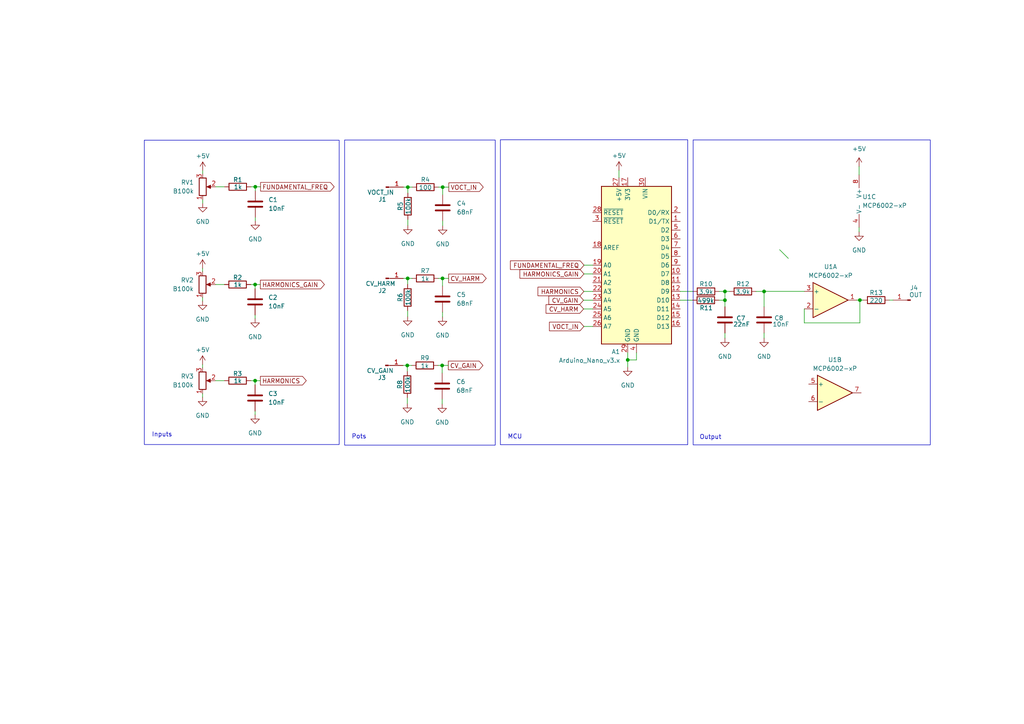
<source format=kicad_sch>
(kicad_sch (version 20230121) (generator eeschema)
  (paper "A4")
  (lib_symbols
    (symbol "Amplifier_Operational:MCP6002-xP" (pin_names (offset 0.127))
      (property "Reference" "U" (at 0 5.08 0))
      (property "Value" "MCP6002-xP" (at 0 -5.08 0))
      (symbol "MCP6002-xP_1_1"
        (polyline (pts (xy -5.08 5.08) (xy 5.08 0) (xy -5.08 -5.08) (xy -5.08 5.08)) (stroke (width 0.254)) (fill (type background)))
        (pin output line (at 7.62 0 180) (length 2.54) (name "~") (number "1"))
        (pin input line (at -7.62 -2.54 0) (length 2.54) (name "-") (number "2"))
        (pin input line (at -7.62 2.54 0) (length 2.54) (name "+") (number "3"))
      )
      (symbol "MCP6002-xP_2_1"
        (polyline (pts (xy -5.08 5.08) (xy 5.08 0) (xy -5.08 -5.08) (xy -5.08 5.08)) (stroke (width 0.254)) (fill (type background)))
        (pin input line (at -7.62 2.54 0) (length 2.54) (name "+") (number "5"))
        (pin input line (at -7.62 -2.54 0) (length 2.54) (name "-") (number "6"))
        (pin output line (at 7.62 0 180) (length 2.54) (name "~") (number "7"))
      )
      (symbol "MCP6002-xP_3_1"
        (pin power_in line (at -2.54 -7.62 90) (length 3.81) (name "V-") (number "4"))
        (pin power_in line (at -2.54 7.62 270) (length 3.81) (name "V+") (number "8"))
      )
    )
    (symbol "Connector:Conn_01x01_Pin" (pin_names (offset 1.016) hide)
      (property "Reference" "J" (at 0 2.54 0))
      (property "Value" "Conn_01x01_Pin" (at 0 -2.54 0))
      (symbol "Conn_01x01_Pin_1_1"
        (polyline (pts (xy 1.27 0) (xy 0.8636 0)) (stroke (width 0.1524)))
        (rectangle (start 0.8636 0.127) (end 0 -0.127) (stroke (width 0.1524)) (fill (type outline)))
        (pin passive line (at 5.08 0 180) (length 3.81) (name "Pin_1") (number "1"))
      )
    )
    (symbol "Device:C" (pin_numbers hide) (pin_names (offset 0.254))
      (property "Reference" "C" (at 0.635 2.54 0))
      (property "Value" "C" (at 0.635 -2.54 0))
      (symbol "C_0_1"
        (polyline (pts (xy -2.032 -0.762) (xy 2.032 -0.762)) (stroke (width 0.508)))
        (polyline (pts (xy -2.032 0.762) (xy 2.032 0.762)) (stroke (width 0.508)))
      )
      (symbol "C_1_1"
        (pin passive line (at 0 3.81 270) (length 2.794) (name "~") (number "1"))
        (pin passive line (at 0 -3.81 90) (length 2.794) (name "~") (number "2"))
      )
    )
    (symbol "Device:R" (pin_numbers hide) (pin_names (offset 0))
      (property "Reference" "R" (at 2.032 0 90))
      (property "Value" "R" (at 0 0 90))
      (symbol "R_0_1"
        (rectangle (start -1.016 -2.54) (end 1.016 2.54) (stroke (width 0.254)))
      )
      (symbol "R_1_1"
        (pin passive line (at 0 3.81 270) (length 1.27) (name "~") (number "1"))
        (pin passive line (at 0 -3.81 90) (length 1.27) (name "~") (number "2"))
      )
    )
    (symbol "Device:R_Potentiometer" (pin_names (offset 1.016) hide)
      (property "Reference" "RV" (at -4.445 0 90))
      (property "Value" "R_Potentiometer" (at -2.54 0 90))
      (symbol "R_Potentiometer_0_1"
        (polyline (pts (xy 2.54 0) (xy 1.524 0)))
        (polyline (pts (xy 1.143 0) (xy 2.286 0.508) (xy 2.286 -0.508) (xy 1.143 0)) (fill (type outline)))
        (rectangle (start 1.016 2.54) (end -1.016 -2.54) (stroke (width 0.254)))
      )
      (symbol "R_Potentiometer_1_1"
        (pin passive line (at 0 3.81 270) (length 1.27) (name "1") (number "1"))
        (pin passive line (at 3.81 0 180) (length 1.27) (name "2") (number "2"))
        (pin passive line (at 0 -3.81 90) (length 1.27) (name "3") (number "3"))
      )
    )
    (symbol "MCU_Module:Arduino_Nano_v3.x"
      (property "Reference" "A" (at -10.16 23.495 0))
      (property "Value" "Arduino_Nano_v3.x" (at 5.08 -24.13 0))
      (symbol "Arduino_Nano_v3.x_0_1"
        (rectangle (start -10.16 22.86) (end 10.16 -22.86) (stroke (width 0.254)) (fill (type background)))
      )
      (symbol "Arduino_Nano_v3.x_1_1"
        (pin bidirectional line (at -12.7 12.7 0) (length 2.54) (name "D1/TX") (number "1"))
        (pin bidirectional line (at -12.7 -2.54 0) (length 2.54) (name "D7") (number "10"))
        (pin bidirectional line (at -12.7 -5.08 0) (length 2.54) (name "D8") (number "11"))
        (pin bidirectional line (at -12.7 -7.62 0) (length 2.54) (name "D9") (number "12"))
        (pin bidirectional line (at -12.7 -10.16 0) (length 2.54) (name "D10") (number "13"))
        (pin bidirectional line (at -12.7 -12.7 0) (length 2.54) (name "D11") (number "14"))
        (pin bidirectional line (at -12.7 -15.24 0) (length 2.54) (name "D12") (number "15"))
        (pin bidirectional line (at -12.7 -17.78 0) (length 2.54) (name "D13") (number "16"))
        (pin power_out line (at 2.54 25.4 270) (length 2.54) (name "3V3") (number "17"))
        (pin input line (at 12.7 5.08 180) (length 2.54) (name "AREF") (number "18"))
        (pin bidirectional line (at 12.7 0 180) (length 2.54) (name "A0") (number "19"))
        (pin bidirectional line (at -12.7 15.24 0) (length 2.54) (name "D0/RX") (number "2"))
        (pin bidirectional line (at 12.7 -2.54 180) (length 2.54) (name "A1") (number "20"))
        (pin bidirectional line (at 12.7 -5.08 180) (length 2.54) (name "A2") (number "21"))
        (pin bidirectional line (at 12.7 -7.62 180) (length 2.54) (name "A3") (number "22"))
        (pin bidirectional line (at 12.7 -10.16 180) (length 2.54) (name "A4") (number "23"))
        (pin bidirectional line (at 12.7 -12.7 180) (length 2.54) (name "A5") (number "24"))
        (pin bidirectional line (at 12.7 -15.24 180) (length 2.54) (name "A6") (number "25"))
        (pin bidirectional line (at 12.7 -17.78 180) (length 2.54) (name "A7") (number "26"))
        (pin power_out line (at 5.08 25.4 270) (length 2.54) (name "+5V") (number "27"))
        (pin input line (at 12.7 15.24 180) (length 2.54) (name "~{RESET}") (number "28"))
        (pin power_in line (at 2.54 -25.4 90) (length 2.54) (name "GND") (number "29"))
        (pin input line (at 12.7 12.7 180) (length 2.54) (name "~{RESET}") (number "3"))
        (pin power_in line (at -2.54 25.4 270) (length 2.54) (name "VIN") (number "30"))
        (pin power_in line (at 0 -25.4 90) (length 2.54) (name "GND") (number "4"))
        (pin bidirectional line (at -12.7 10.16 0) (length 2.54) (name "D2") (number "5"))
        (pin bidirectional line (at -12.7 7.62 0) (length 2.54) (name "D3") (number "6"))
        (pin bidirectional line (at -12.7 5.08 0) (length 2.54) (name "D4") (number "7"))
        (pin bidirectional line (at -12.7 2.54 0) (length 2.54) (name "D5") (number "8"))
        (pin bidirectional line (at -12.7 0 0) (length 2.54) (name "D6") (number "9"))
      )
    )
    (symbol "power:+5V" (power) (pin_names (offset 0))
      (property "Value" "+5V" (at 0 3.556 0))
      (symbol "+5V_0_1"
        (polyline (pts (xy -0.762 1.27) (xy 0 2.54)))
        (polyline (pts (xy 0 0) (xy 0 2.54)))
        (polyline (pts (xy 0 2.54) (xy 0.762 1.27)))
      )
      (symbol "+5V_1_1"
        (pin power_in line (at 0 0 90) (length 0) hide (name "+5V") (number "1"))
      )
    )
    (symbol "power:GND" (power) (pin_names (offset 0))
      (property "Value" "GND" (at 0 -3.81 0))
      (symbol "GND_0_1"
        (polyline (pts (xy 0 0) (xy 0 -1.27) (xy 1.27 -1.27) (xy 0 -2.54) (xy -1.27 -1.27) (xy 0 -1.27)))
      )
      (symbol "GND_1_1"
        (pin power_in line (at 0 0 270) (length 0) hide (name "GND") (number "1"))
      )
    )
  )
  (junction (at 221.615 84.5312))
  (junction (at 210.2612 84.5312))
  (junction (at 74.041 54.1782))
  (junction (at 128.397 54.2798))
  (junction (at 118.1354 105.9942))
  (junction (at 210.2612 87.0712))
  (junction (at 118.2878 54.2798))
  (junction (at 118.237 80.7466))
  (junction (at 182.0672 104.394))
  (junction (at 249.4026 87.0458))
  (junction (at 128.3462 80.7466))
  (junction (at 73.9902 110.4138))
  (junction (at 73.9902 82.5246))
  (junction (at 128.2446 105.9942))
  (bus_entry (at 226.1108 72.4154) (size 2.54 2.54))
  (wire (pts (xy 210.2612 87.0712) (xy 208.534 87.0712)))
  (wire (pts (xy 128.397 54.2798) (xy 130.175 54.2798)))
  (wire (pts (xy 219.2782 84.5312) (xy 221.615 84.5312)))
  (wire (pts (xy 118.1354 115.3414) (xy 118.1354 117.0686)))
  (wire (pts (xy 118.1354 105.9942) (xy 119.4054 105.9942)))
  (wire (pts (xy 169.3926 76.9112) (xy 171.9072 76.9112)))
  (wire (pts (xy 197.3072 84.5312) (xy 200.9648 84.5312)))
  (wire (pts (xy 74.041 63.0174) (xy 74.041 64.0334)))
  (wire (pts (xy 169.2656 89.6112) (xy 171.9072 89.6112)))
  (wire (pts (xy 73.9902 110.4138) (xy 73.9902 111.633)))
  (wire (pts (xy 127.127 80.7466) (xy 128.3462 80.7466)))
  (wire (pts (xy 248.5136 87.0458) (xy 249.4026 87.0458)))
  (wire (pts (xy 221.615 84.5312) (xy 221.615 88.9762)))
  (wire (pts (xy 208.5848 84.5312) (xy 210.2612 84.5312)))
  (wire (pts (xy 74.041 54.1782) (xy 75.565 54.1782)))
  (wire (pts (xy 73.9902 82.5246) (xy 75.5142 82.5246)))
  (wire (pts (xy 72.7202 110.4138) (xy 73.9902 110.4138)))
  (wire (pts (xy 233.2736 93.6498) (xy 233.2736 89.5858)))
  (wire (pts (xy 197.3072 87.0712) (xy 200.914 87.0712)))
  (wire (pts (xy 118.237 80.7466) (xy 118.237 82.4738)))
  (wire (pts (xy 249.4026 87.0458) (xy 249.4026 93.6498)))
  (wire (pts (xy 128.3462 90.551) (xy 128.3462 91.9226)))
  (wire (pts (xy 233.2736 84.5058) (xy 221.615 84.5058)))
  (wire (pts (xy 128.2446 105.9942) (xy 128.2446 108.1786)))
  (wire (pts (xy 169.3418 84.5312) (xy 171.9072 84.5312)))
  (wire (pts (xy 169.2402 87.0712) (xy 171.9072 87.0712)))
  (wire (pts (xy 179.5272 49.4284) (xy 179.5272 51.5112)))
  (wire (pts (xy 72.771 54.1782) (xy 74.041 54.1782)))
  (wire (pts (xy 182.0672 102.3112) (xy 182.0672 104.394)))
  (wire (pts (xy 73.9902 119.253) (xy 73.9902 120.269)))
  (wire (pts (xy 128.3462 80.7466) (xy 130.1242 80.7466)))
  (wire (pts (xy 73.9902 91.3638) (xy 73.9902 92.3798)))
  (wire (pts (xy 210.2612 87.0712) (xy 210.2612 88.9762)))
  (wire (pts (xy 127.1778 54.2798) (xy 128.397 54.2798)))
  (wire (pts (xy 118.2878 54.2798) (xy 118.2878 56.007)))
  (wire (pts (xy 72.7202 82.5246) (xy 73.9902 82.5246)))
  (wire (pts (xy 62.611 54.1782) (xy 65.151 54.1782)))
  (wire (pts (xy 169.3672 79.4512) (xy 171.9072 79.4512)))
  (wire (pts (xy 184.6072 104.394) (xy 184.6072 102.3112)))
  (wire (pts (xy 182.0672 104.394) (xy 184.6072 104.394)))
  (wire (pts (xy 62.5602 110.4138) (xy 65.1002 110.4138)))
  (wire (pts (xy 118.2878 63.627) (xy 118.2878 65.3542)))
  (wire (pts (xy 58.7502 105.7402) (xy 58.7502 106.6038)))
  (wire (pts (xy 117.0178 54.2798) (xy 118.2878 54.2798)))
  (wire (pts (xy 58.7502 86.3346) (xy 58.7502 87.2998)))
  (wire (pts (xy 74.041 54.1782) (xy 74.041 55.3974)))
  (wire (pts (xy 128.2446 115.7986) (xy 128.2446 117.1702)))
  (wire (pts (xy 127.0254 105.9942) (xy 128.2446 105.9942)))
  (wire (pts (xy 169.3418 94.6912) (xy 171.9072 94.6912)))
  (wire (pts (xy 221.615 84.5058) (xy 221.615 84.5312)))
  (wire (pts (xy 118.237 90.0938) (xy 118.237 91.821)))
  (wire (pts (xy 116.967 80.7466) (xy 118.237 80.7466)))
  (wire (pts (xy 58.801 57.9882) (xy 58.801 58.9534)))
  (wire (pts (xy 128.3462 80.7466) (xy 128.3462 82.931)))
  (wire (pts (xy 116.8654 105.9942) (xy 118.1354 105.9942)))
  (wire (pts (xy 118.237 80.7466) (xy 119.507 80.7466)))
  (wire (pts (xy 210.2612 96.5962) (xy 210.2612 98.0694)))
  (wire (pts (xy 182.0672 104.394) (xy 182.0672 106.426)))
  (wire (pts (xy 249.174 65.9638) (xy 249.174 67.2338)))
  (wire (pts (xy 249.174 48.3108) (xy 249.174 50.7238)))
  (wire (pts (xy 58.7502 77.851) (xy 58.7502 78.7146)))
  (wire (pts (xy 118.1354 105.9942) (xy 118.1354 107.7214)))
  (wire (pts (xy 210.2612 84.5312) (xy 210.2612 87.0712)))
  (wire (pts (xy 62.5602 82.5246) (xy 65.1002 82.5246)))
  (wire (pts (xy 128.2446 105.9942) (xy 130.0226 105.9942)))
  (wire (pts (xy 58.7502 114.2238) (xy 58.7502 115.189)))
  (wire (pts (xy 58.801 49.5046) (xy 58.801 50.3682)))
  (wire (pts (xy 257.937 87.0458) (xy 259.0038 87.0458)))
  (wire (pts (xy 128.397 54.2798) (xy 128.397 56.4642)))
  (wire (pts (xy 210.2612 84.5312) (xy 211.6582 84.5312)))
  (wire (pts (xy 128.397 64.0842) (xy 128.397 65.4558)))
  (wire (pts (xy 73.9902 82.5246) (xy 73.9902 83.7438)))
  (wire (pts (xy 73.9902 110.4138) (xy 75.5142 110.4138)))
  (wire (pts (xy 249.4026 93.6498) (xy 233.2736 93.6498)))
  (wire (pts (xy 249.4026 87.0458) (xy 250.317 87.0458)))
  (wire (pts (xy 118.2878 54.2798) (xy 119.5578 54.2798)))
  (wire (pts (xy 221.615 98.0694) (xy 221.615 96.5962)))
  (rectangle (start 41.8592 40.6654) (end 98.3742 128.9304))
  (rectangle (start 99.949 40.6146) (end 143.637 129.1082))
  (rectangle (start 201.041 40.5892) (end 269.8242 129.032))
  (rectangle (start 145.1356 40.5384) (end 199.4662 128.9812))
  (text "Output" (at 202.8698 127.635 0) (effects (font (size 1.27 1.27)) (justify left bottom)))
  (text "Inputs" (at 43.9928 126.8984 0) (effects (font (size 1.27 1.27)) (justify left bottom)))
  (text "MCU" (at 147.2184 127.508 0) (effects (font (size 1.27 1.27)) (justify left bottom)))
  (text "Pots" (at 101.9556 127.4826 0) (effects (font (size 1.27 1.27)) (justify left bottom)))
  (global_label "VOCT_IN" (shape output) (at 130.175 54.2798 0) (property "Intersheetrefs" "${INTERSHEET_REFS}" (effects hide)))
  (global_label "HARMONICS" (shape input) (at 169.3418 84.5312 180) (property "Intersheetrefs" "${INTERSHEET_REFS}" (effects hide)))
  (global_label "CV_GAIN" (shape output) (at 130.0226 105.9942 0) (property "Intersheetrefs" "${INTERSHEET_REFS}" (effects hide)))
  (global_label "HARMONICS_GAIN" (shape input) (at 169.3672 79.4512 180) (property "Intersheetrefs" "${INTERSHEET_REFS}" (effects hide)))
  (global_label "CV_HARM" (shape input) (at 169.2656 89.6112 180) (property "Intersheetrefs" "${INTERSHEET_REFS}" (effects hide)))
  (global_label "FUNDAMENTAL_FREQ" (shape input) (at 169.3926 76.9112 180) (property "Intersheetrefs" "${INTERSHEET_REFS}" (effects hide)))
  (global_label "CV_HARM" (shape output) (at 130.1242 80.7466 0) (property "Intersheetrefs" "${INTERSHEET_REFS}" (effects hide)))
  (global_label "HARMONICS_GAIN" (shape output) (at 75.5142 82.5246 0) (property "Intersheetrefs" "${INTERSHEET_REFS}" (effects hide)))
  (global_label "HARMONICS" (shape output) (at 75.5142 110.4138 0) (property "Intersheetrefs" "${INTERSHEET_REFS}" (effects hide)))
  (global_label "VOCT_IN" (shape input) (at 169.3418 94.6912 180) (property "Intersheetrefs" "${INTERSHEET_REFS}" (effects hide)))
  (global_label "FUNDAMENTAL_FREQ" (shape output) (at 75.565 54.1782 0) (property "Intersheetrefs" "${INTERSHEET_REFS}" (effects hide)))
  (global_label "CV_GAIN" (shape input) (at 169.2402 87.0712 180) (property "Intersheetrefs" "${INTERSHEET_REFS}" (effects hide)))
  (symbol (lib_id "Device:R") (at 215.4682 84.5312 90) (unit 1)
    (property "Reference" "R12" (at 215.4682 82.3722 90))
    (property "Value" "3.9k" (at 215.4682 84.6582 90))
    (property "Footprint" "Resistor_THT:R_Axial_DIN0207_L6.3mm_D2.5mm_P10.16mm_Horizontal" (effects hide))
  )
  (symbol (lib_id "MCU_Module:Arduino_Nano_v3.x") (at 184.6072 76.9112 0) (mirror y) (unit 1)
    (property "Reference" "A1" (at 179.8731 102.0064 0) (effects (justify left)))
    (property "Value" "Arduino_Nano_v3.x" (at 179.8731 104.5464 0) (effects (justify left)))
    (property "Footprint" "Module:Arduino_Nano" (effects hide))
    (property "Datasheet" "http://www.mouser.com/pdfdocs/Gravitech_Arduino_Nano3_0.pdf" (effects hide))
  )
  (symbol (lib_id "Device:R") (at 68.9102 82.5246 90) (unit 1)
    (property "Reference" "R2" (at 68.9102 80.4926 90))
    (property "Value" "1k" (at 68.961 82.5754 90))
    (property "Footprint" "Resistor_THT:R_Axial_DIN0207_L6.3mm_D2.5mm_P10.16mm_Horizontal" (effects hide))
  )
  (symbol (lib_id "power:GND") (at 74.041 64.0334 0) (unit 1)
    (property "Reference" "#PWR03" (effects hide))
    (property "Value" "GND" (at 74.041 69.3674 0))
  )
  (symbol (lib_id "Device:C") (at 210.2612 92.7862 0) (unit 1)
    (property "Reference" "C7" (at 213.5378 92.329 0) (effects (justify left)))
    (property "Value" "22nF" (at 212.6488 94.0562 0) (effects (justify left)))
    (property "Footprint" "Capacitor_THT:C_Rect_L7.0mm_W2.0mm_P5.00mm" (effects hide))
  )
  (symbol (lib_id "Amplifier_Operational:MCP6002-xP") (at 242.1636 113.9444 0) (unit 2)
    (property "Reference" "U1" (at 242.1636 104.3432 0))
    (property "Value" "MCP6002-xP" (at 242.1636 106.8832 0))
    (property "Footprint" "Package_DIP:DIP-8_W7.62mm" (effects hide))
    (property "Datasheet" "http://ww1.microchip.com/downloads/en/DeviceDoc/21733j.pdf" (effects hide))
  )
  (symbol (lib_id "Device:R") (at 254.127 87.0458 90) (unit 1)
    (property "Reference" "R13" (at 254.127 84.8868 90))
    (property "Value" "220" (at 254.127 87.1728 90))
    (property "Footprint" "Resistor_THT:R_Axial_DIN0207_L6.3mm_D2.5mm_P10.16mm_Horizontal" (effects hide))
  )
  (symbol (lib_id "power:GND") (at 58.7502 115.189 0) (unit 1)
    (property "Reference" "#PWR08" (effects hide))
    (property "Value" "GND" (at 58.7502 120.523 0))
  )
  (symbol (lib_id "power:GND") (at 128.3462 91.9226 0) (unit 1)
    (property "Reference" "#PWR013" (effects hide))
    (property "Value" "GND" (at 128.3462 97.2566 0))
  )
  (symbol (lib_id "Connector:Conn_01x01_Pin") (at 111.7854 105.9942 0) (unit 1)
    (property "Reference" "J3" (at 110.7694 109.5502 0))
    (property "Value" "CV_GAIN" (at 110.2614 107.5182 0))
    (property "Footprint" "Connector_Pin:Pin_D0.7mm_L6.5mm_W1.8mm_FlatFork" (effects hide))
  )
  (symbol (lib_id "power:GND") (at 210.2612 98.0694 0) (unit 1)
    (property "Reference" "#PWR016" (effects hide))
    (property "Value" "GND" (at 210.2612 103.4034 0))
  )
  (symbol (lib_id "power:GND") (at 73.9902 120.269 0) (unit 1)
    (property "Reference" "#PWR09" (effects hide))
    (property "Value" "GND" (at 73.9902 125.603 0))
  )
  (symbol (lib_id "power:GND") (at 58.801 58.9534 0) (unit 1)
    (property "Reference" "#PWR02" (effects hide))
    (property "Value" "GND" (at 58.801 64.2874 0))
  )
  (symbol (lib_id "power:GND") (at 221.615 98.0694 0) (unit 1)
    (property "Reference" "#PWR017" (effects hide))
    (property "Value" "GND" (at 221.615 103.4034 0))
  )
  (symbol (lib_id "Device:R_Potentiometer") (at 58.7502 110.4138 0) (mirror x) (unit 1)
    (property "Reference" "RV3" (at 56.2102 109.1438 0) (effects (justify right)))
    (property "Value" "B100k" (at 56.2102 111.6838 0) (effects (justify right)))
    (property "Footprint" "Potentiometer_THT:Potentiometer_Alpha_RD901F-40-00D_Single_Vertical" (effects hide))
  )
  (symbol (lib_id "power:GND") (at 73.9902 92.3798 0) (unit 1)
    (property "Reference" "#PWR06" (effects hide))
    (property "Value" "GND" (at 73.9902 97.7138 0))
  )
  (symbol (lib_id "power:GND") (at 128.2446 117.1702 0) (unit 1)
    (property "Reference" "#PWR015" (effects hide))
    (property "Value" "GND" (at 128.2446 122.5042 0))
  )
  (symbol (lib_id "Device:R") (at 123.317 80.7466 90) (unit 1)
    (property "Reference" "R7" (at 123.317 78.5876 90))
    (property "Value" "1k" (at 123.317 80.8736 90))
    (property "Footprint" "Resistor_THT:R_Axial_DIN0207_L6.3mm_D2.5mm_P10.16mm_Horizontal" (effects hide))
  )
  (symbol (lib_id "power:+5V") (at 58.7502 77.851 0) (unit 1)
    (property "Reference" "#PWR04" (effects hide))
    (property "Value" "+5V" (at 58.7502 73.5838 0))
  )
  (symbol (lib_id "Device:R") (at 123.3678 54.2798 90) (unit 1)
    (property "Reference" "R4" (at 123.3678 52.1208 90))
    (property "Value" "100" (at 123.3678 54.4068 90))
    (property "Footprint" "Resistor_THT:R_Axial_DIN0207_L6.3mm_D2.5mm_P10.16mm_Horizontal" (effects hide))
  )
  (symbol (lib_id "Device:C") (at 74.041 59.2074 0) (unit 1)
    (property "Reference" "C1" (at 77.851 57.9374 0) (effects (justify left)))
    (property "Value" "10nF" (at 77.851 60.4774 0) (effects (justify left)))
    (property "Footprint" "Capacitor_THT:C_Rect_L7.0mm_W2.0mm_P5.00mm" (effects hide))
  )
  (symbol (lib_id "Connector:Conn_01x01_Pin") (at 111.887 80.7466 0) (unit 1)
    (property "Reference" "J2" (at 110.871 84.3026 0))
    (property "Value" "CV_HARM" (at 110.363 82.2706 0))
    (property "Footprint" "Connector_Pin:Pin_D0.7mm_L6.5mm_W1.8mm_FlatFork" (effects hide))
  )
  (symbol (lib_id "power:+5V") (at 58.7502 105.7402 0) (unit 1)
    (property "Reference" "#PWR07" (effects hide))
    (property "Value" "+5V" (at 58.7502 101.473 0))
  )
  (symbol (lib_id "Device:R") (at 68.9102 110.4138 90) (unit 1)
    (property "Reference" "R3" (at 68.9102 108.3818 90))
    (property "Value" "1k" (at 68.961 110.4646 90))
    (property "Footprint" "Resistor_THT:R_Axial_DIN0207_L6.3mm_D2.5mm_P10.16mm_Horizontal" (effects hide))
  )
  (symbol (lib_id "power:GND") (at 182.0672 106.426 0) (unit 1)
    (property "Reference" "#PWR019" (effects hide))
    (property "Value" "GND" (at 182.0672 111.76 0))
  )
  (symbol (lib_id "power:GND") (at 128.397 65.4558 0) (unit 1)
    (property "Reference" "#PWR011" (effects hide))
    (property "Value" "GND" (at 128.397 70.7898 0))
  )
  (symbol (lib_id "Device:C") (at 128.2446 111.9886 0) (unit 1)
    (property "Reference" "C6" (at 132.3086 110.7186 0) (effects (justify left)))
    (property "Value" "68nF" (at 132.3086 113.2586 0) (effects (justify left)))
    (property "Footprint" "Capacitor_THT:C_Rect_L7.0mm_W2.0mm_P5.00mm" (effects hide))
  )
  (symbol (lib_id "Connector:Conn_01x01_Pin") (at 111.9378 54.2798 0) (unit 1)
    (property "Reference" "J1" (at 110.9218 57.8358 0))
    (property "Value" "VOCT_IN" (at 110.4138 55.8038 0))
    (property "Footprint" "Connector_Pin:Pin_D0.7mm_L6.5mm_W1.8mm_FlatFork" (effects hide))
  )
  (symbol (lib_id "power:+5V") (at 249.174 48.3108 0) (unit 1)
    (property "Reference" "#PWR021" (effects hide))
    (property "Value" "+5V" (at 249.174 43.18 0))
  )
  (symbol (lib_id "power:GND") (at 58.7502 87.2998 0) (unit 1)
    (property "Reference" "#PWR05" (effects hide))
    (property "Value" "GND" (at 58.7502 92.6338 0))
  )
  (symbol (lib_id "Device:C") (at 128.397 60.2742 0) (unit 1)
    (property "Reference" "C4" (at 132.461 59.0042 0) (effects (justify left)))
    (property "Value" "68nF" (at 132.461 61.5442 0) (effects (justify left)))
    (property "Footprint" "Capacitor_THT:C_Rect_L7.0mm_W2.0mm_P5.00mm" (effects hide))
  )
  (symbol (lib_id "power:GND") (at 118.237 91.821 0) (unit 1)
    (property "Reference" "#PWR012" (effects hide))
    (property "Value" "GND" (at 118.237 97.155 0))
  )
  (symbol (lib_id "Amplifier_Operational:MCP6002-xP") (at 240.8936 87.0458 0) (unit 1)
    (property "Reference" "U1" (at 240.8936 77.3684 0))
    (property "Value" "MCP6002-xP" (at 240.8936 79.9084 0))
    (property "Footprint" "Package_DIP:DIP-8_W7.62mm" (effects hide))
    (property "Datasheet" "http://ww1.microchip.com/downloads/en/DeviceDoc/21733j.pdf" (effects hide))
  )
  (symbol (lib_id "Device:R") (at 204.724 87.0712 90) (unit 1)
    (property "Reference" "R11" (at 204.8256 89.3064 90))
    (property "Value" "499k" (at 204.724 87.1982 90))
    (property "Footprint" "Resistor_THT:R_Axial_DIN0207_L6.3mm_D2.5mm_P10.16mm_Horizontal" (effects hide))
  )
  (symbol (lib_id "Device:R_Potentiometer") (at 58.7502 82.5246 0) (mirror x) (unit 1)
    (property "Reference" "RV2" (at 56.2102 81.2546 0) (effects (justify right)))
    (property "Value" "B100k" (at 56.2102 83.7946 0) (effects (justify right)))
    (property "Footprint" "Potentiometer_THT:Potentiometer_Alpha_RD901F-40-00D_Single_Vertical" (effects hide))
  )
  (symbol (lib_id "Device:R_Potentiometer") (at 58.801 54.1782 0) (mirror x) (unit 1)
    (property "Reference" "RV1" (at 56.261 52.9082 0) (effects (justify right)))
    (property "Value" "B100k" (at 56.261 55.4482 0) (effects (justify right)))
    (property "Footprint" "Potentiometer_THT:Potentiometer_Alpha_RD901F-40-00D_Single_Vertical" (effects hide))
  )
  (symbol (lib_id "power:GND") (at 118.2878 65.3542 0) (unit 1)
    (property "Reference" "#PWR010" (effects hide))
    (property "Value" "GND" (at 118.2878 70.6882 0))
  )
  (symbol (lib_id "Device:C") (at 73.9902 87.5538 0) (unit 1)
    (property "Reference" "C2" (at 77.8002 86.2838 0) (effects (justify left)))
    (property "Value" "10nF" (at 77.8002 88.8238 0) (effects (justify left)))
    (property "Footprint" "Capacitor_THT:C_Rect_L7.0mm_W2.0mm_P5.00mm" (effects hide))
  )
  (symbol (lib_id "Device:R") (at 118.1354 111.5314 180) (unit 1)
    (property "Reference" "R8" (at 115.9764 111.5314 90))
    (property "Value" "100k" (at 118.2624 111.5314 90))
    (property "Footprint" "Resistor_THT:R_Axial_DIN0207_L6.3mm_D2.5mm_P10.16mm_Horizontal" (effects hide))
  )
  (symbol (lib_id "Device:C") (at 221.615 92.7862 0) (unit 1)
    (property "Reference" "C8" (at 224.5614 92.2528 0) (effects (justify left)))
    (property "Value" "10nF" (at 224.0534 94.0562 0) (effects (justify left)))
    (property "Footprint" "Capacitor_THT:C_Rect_L7.0mm_W2.0mm_P5.00mm" (effects hide))
  )
  (symbol (lib_id "power:+5V") (at 58.801 49.5046 0) (unit 1)
    (property "Reference" "#PWR01" (effects hide))
    (property "Value" "+5V" (at 58.801 45.2374 0))
  )
  (symbol (lib_id "Device:R") (at 204.7748 84.5312 90) (unit 1)
    (property "Reference" "R10" (at 204.7748 82.3722 90))
    (property "Value" "3.9k" (at 204.7748 84.6582 90))
    (property "Footprint" "Resistor_THT:R_Axial_DIN0207_L6.3mm_D2.5mm_P10.16mm_Horizontal" (effects hide))
  )
  (symbol (lib_id "Device:C") (at 128.3462 86.741 0) (unit 1)
    (property "Reference" "C5" (at 132.4102 85.471 0) (effects (justify left)))
    (property "Value" "68nF" (at 132.4102 88.011 0) (effects (justify left)))
    (property "Footprint" "Capacitor_THT:C_Rect_L7.0mm_W2.0mm_P5.00mm" (effects hide))
  )
  (symbol (lib_id "Device:R") (at 123.2154 105.9942 90) (unit 1)
    (property "Reference" "R9" (at 123.2154 103.8352 90))
    (property "Value" "1k" (at 123.2154 106.1212 90))
    (property "Footprint" "Resistor_THT:R_Axial_DIN0207_L6.3mm_D2.5mm_P10.16mm_Horizontal" (effects hide))
  )
  (symbol (lib_id "power:GND") (at 249.174 67.2338 0) (unit 1)
    (property "Reference" "#PWR020" (effects hide))
    (property "Value" "GND" (at 249.174 72.5678 0))
  )
  (symbol (lib_id "Device:R") (at 118.237 86.2838 180) (unit 1)
    (property "Reference" "R6" (at 116.078 86.2838 90))
    (property "Value" "100k" (at 118.364 86.2838 90))
    (property "Footprint" "Resistor_THT:R_Axial_DIN0207_L6.3mm_D2.5mm_P10.16mm_Horizontal" (effects hide))
  )
  (symbol (lib_id "Device:C") (at 73.9902 115.443 0) (unit 1)
    (property "Reference" "C3" (at 77.8002 114.173 0) (effects (justify left)))
    (property "Value" "10nF" (at 77.8002 116.713 0) (effects (justify left)))
    (property "Footprint" "Capacitor_THT:C_Rect_L7.0mm_W2.0mm_P5.00mm" (effects hide))
  )
  (symbol (lib_id "Device:R") (at 68.961 54.1782 90) (unit 1)
    (property "Reference" "R1" (at 68.961 52.1462 90))
    (property "Value" "1k" (at 69.0118 54.229 90))
    (property "Footprint" "Resistor_THT:R_Axial_DIN0207_L6.3mm_D2.5mm_P10.16mm_Horizontal" (effects hide))
  )
  (symbol (lib_id "power:+5V") (at 179.5272 49.4284 0) (unit 1)
    (property "Reference" "#PWR018" (effects hide))
    (property "Value" "+5V" (at 179.5272 45.1612 0))
  )
  (symbol (lib_id "power:GND") (at 118.1354 117.0686 0) (unit 1)
    (property "Reference" "#PWR014" (effects hide))
    (property "Value" "GND" (at 118.1354 122.4026 0))
  )
  (symbol (lib_id "Connector:Conn_01x01_Pin") (at 264.0838 87.0458 180) (unit 1)
    (property "Reference" "J4" (at 265.0998 83.4898 0))
    (property "Value" "OUT" (at 265.6078 85.5218 0))
    (property "Footprint" "Connector_Pin:Pin_D0.7mm_L6.5mm_W1.8mm_FlatFork" (effects hide))
  )
  (symbol (lib_id "Device:R") (at 118.2878 59.817 180) (unit 1)
    (property "Reference" "R5" (at 116.1288 59.817 90))
    (property "Value" "100k" (at 118.4148 59.817 90))
    (property "Footprint" "Resistor_THT:R_Axial_DIN0207_L6.3mm_D2.5mm_P10.16mm_Horizontal" (effects hide))
  )
  (symbol (lib_id "Amplifier_Operational:MCP6002-xP") (at 251.714 58.3438 0) (unit 3)
    (property "Reference" "U1" (at 250.1138 57.0738 0) (effects (justify left)))
    (property "Value" "MCP6002-xP" (at 250.1138 59.6138 0) (effects (justify left)))
    (property "Footprint" "Package_DIP:DIP-8_W7.62mm" (effects hide))
    (property "Datasheet" "http://ww1.microchip.com/downloads/en/DeviceDoc/21733j.pdf" (effects hide))
  )
)
</source>
